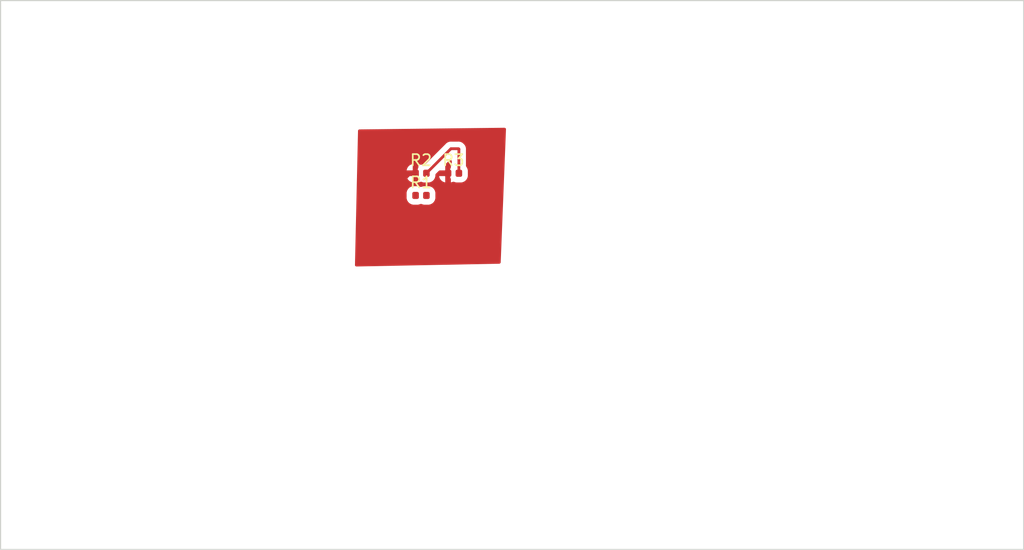
<source format=kicad_pcb>
(kicad_pcb (version 20230620) (generator pcbnew)
  (layers (0 "F.Cu" signal) (31 "B.Cu" signal) (34 "B.Paste" user) (35 "F.Paste" user) (36 "B.SilkS" user "B.Silkscreen") (37 "F.SilkS" user "F.Silkscreen") (38 "B.Mask" user) (39 "F.Mask" user) (44 "Edge.Cuts" user))
  (net 0 "")
  (net 1 "Net-(R1-Pad2)")
  (net 2 "Net-(R1-Pad1)")
  (net 3 "Net-(R2-Pad1)")
  (footprint "Resistor_SMD:R_0402_1005Metric" (layer "F.Cu") (at 111.506 80.814)
    (property "Reference" "R2" (at 0 -1.17 0) (layer "F.SilkS"))
    (property "Value" "R_Small")
    (pad "1" smd roundrect (at -0.485 0) (size 0.59 0.64) (layers "F.Cu" "F.Paste" "F.Mask") (net 3 "Net-(R2-Pad1)"))
    (pad "2" smd roundrect (at 0.485 0) (size 0.59 0.64) (layers "F.Cu" "F.Paste" "F.Mask") (net 1 "Net-(R1-Pad2)"))
  )
  (footprint "Resistor_SMD:R_0402_1005Metric" (layer "F.Cu") (at 111.506 82.804)
    (property "Reference" "R1" (at 0 -1.17 0) (layer "F.SilkS"))
    (property "Value" "R_Small")
    (pad "1" smd roundrect (at -0.485 0) (size 0.59 0.64) (layers "F.Cu" "F.Paste" "F.Mask") (net 2 "Net-(R1-Pad1)"))
    (pad "2" smd roundrect (at 0.485 0) (size 0.59 0.64) (layers "F.Cu" "F.Paste" "F.Mask") (net 1 "Net-(R1-Pad2)"))
  )
  (footprint "Resistor_SMD:R_0402_1005Metric" (layer "F.Cu") (at 114.416 80.814)
    (property "Reference" "R3" (at 0 -1.17 0) (layer "F.SilkS"))
    (property "Value" "R_Small")
    (pad "1" smd roundrect (at -0.485 0) (size 0.59 0.64) (layers "F.Cu" "F.Paste" "F.Mask") (net 3 "Net-(R2-Pad1)"))
    (pad "2" smd roundrect (at 0.485 0) (size 0.59 0.64) (layers "F.Cu" "F.Paste" "F.Mask") (net 1 "Net-(R1-Pad2)"))
  )
  (gr_rect (start 73.8378 65.3288) (end 165.5064 114.554) (stroke (width 0.1)) (fill none) (layer "Edge.Cuts"))
  (segment (start 114.8588 78.613) (end 114.192 78.613) (width 0.25) (layer "F.Cu") (net 1))
  (segment (start 114.192 78.613) (end 111.991 80.814) (width 0.25) (layer "F.Cu") (net 1))
  (segment (start 114.901 78.6552) (end 114.8588 78.613) (width 0.25) (layer "F.Cu") (net 1))
  (segment (start 114.901 80.814) (end 114.901 78.6552) (width 0.25) (layer "F.Cu") (net 1))
  (segment (start 109.728 81.661) (end 109.728 83.1342) (width 0.25) (layer "F.Cu") (net 3))
  (segment (start 112.8776 83.82) (end 113.931 82.7666) (width 0.25) (layer "F.Cu") (net 3))
  (segment (start 109.728 83.1342) (end 110.4138 83.82) (width 0.25) (layer "F.Cu") (net 3))
  (segment (start 113.931 82.7666) (end 113.931 80.814) (width 0.25) (layer "F.Cu") (net 3))
  (segment (start 110.4138 83.82) (end 112.8776 83.82) (width 0.25) (layer "F.Cu") (net 3))
  (segment (start 110.575 80.814) (end 109.728 81.661) (width 0.25) (layer "F.Cu") (net 3))
  (segment (start 111.021 80.814) (end 110.575 80.814) (width 0.25) (layer "F.Cu") (net 3))
  (zone (net 3) (net_name "Net-(R2-Pad1)") (layer "F.Cu") (connect_pads (clearance 0.508)) (min_thickness 0.254) (fill yes (thermal_gap 0.508) (thermal_bridge_width 0.508))
    (polygon (pts (xy 119.126 76.7334) (xy 118.6434 88.9254) (xy 105.5878 89.1794) (xy 105.8672 76.8858)))
  )
)
</source>
